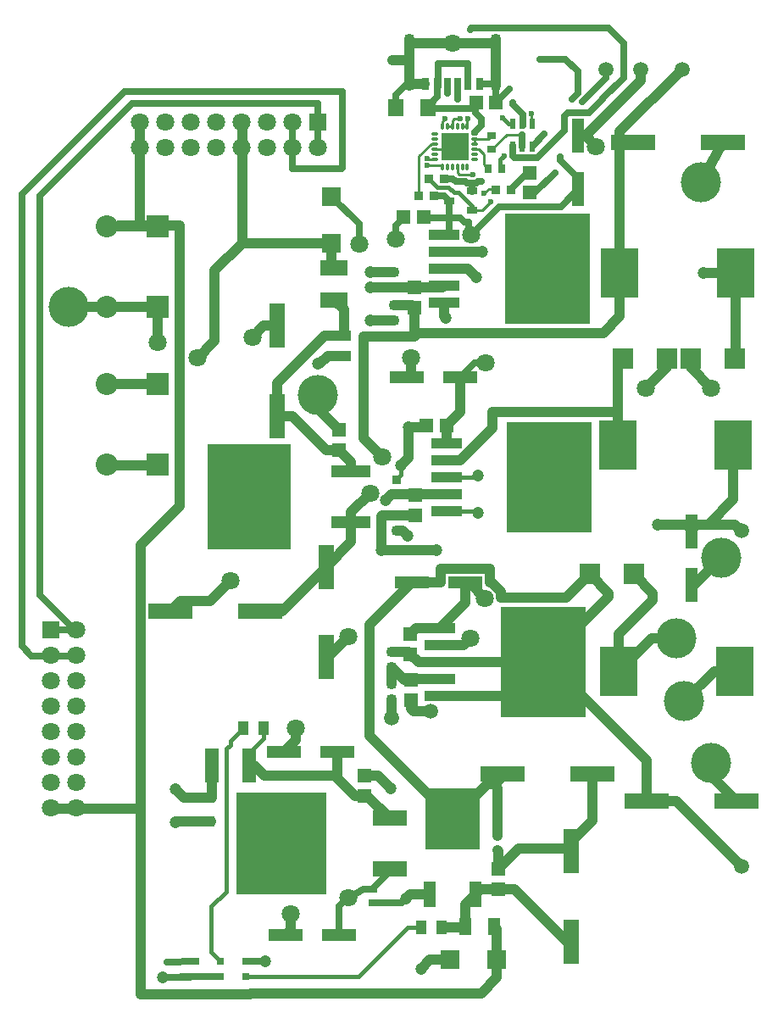
<source format=gbr>
%TF.GenerationSoftware,KiCad,Pcbnew,9.0.6*%
%TF.CreationDate,2026-02-04T05:23:12+09:00*%
%TF.ProjectId,zudo-pd,7a75646f-2d70-4642-9e6b-696361645f70,rev?*%
%TF.SameCoordinates,Original*%
%TF.FileFunction,Copper,L1,Top*%
%TF.FilePolarity,Positive*%
%FSLAX46Y46*%
G04 Gerber Fmt 4.6, Leading zero omitted, Abs format (unit mm)*
G04 Created by KiCad (PCBNEW 9.0.6) date 2026-02-04 05:23:12*
%MOMM*%
%LPD*%
G01*
G04 APERTURE LIST*
%TA.AperFunction,SMDPad,CuDef*%
%ADD10R,3.080000X1.020000*%
%TD*%
%TA.AperFunction,SMDPad,CuDef*%
%ADD11R,8.500000X11.000000*%
%TD*%
%TA.AperFunction,SMDPad,CuDef*%
%ADD12R,1.490000X1.730000*%
%TD*%
%TA.AperFunction,SMDPad,CuDef*%
%ADD13R,1.410000X1.350000*%
%TD*%
%TA.AperFunction,SMDPad,CuDef*%
%ADD14R,4.500000X1.650000*%
%TD*%
%TA.AperFunction,SMDPad,CuDef*%
%ADD15R,1.200000X3.500000*%
%TD*%
%TA.AperFunction,SMDPad,CuDef*%
%ADD16R,3.500000X1.200000*%
%TD*%
%TA.AperFunction,SMDPad,CuDef*%
%ADD17R,0.900000X0.800000*%
%TD*%
%TA.AperFunction,SMDPad,CuDef*%
%ADD18R,1.350000X1.410000*%
%TD*%
%TA.AperFunction,SMDPad,CuDef*%
%ADD19R,1.650000X4.500000*%
%TD*%
%TA.AperFunction,SMDPad,CuDef*%
%ADD20R,0.800000X0.900000*%
%TD*%
%TA.AperFunction,SMDPad,CuDef*%
%ADD21R,2.000000X2.000000*%
%TD*%
%TA.AperFunction,SMDPad,CuDef*%
%ADD22R,0.530000X1.070000*%
%TD*%
%TA.AperFunction,ComponentPad*%
%ADD23O,1.100000X1.900000*%
%TD*%
%TA.AperFunction,SMDPad,CuDef*%
%ADD24R,0.700000X1.200000*%
%TD*%
%TA.AperFunction,SMDPad,CuDef*%
%ADD25R,0.800000X1.200000*%
%TD*%
%TA.AperFunction,ComponentPad*%
%ADD26R,2.200000X2.200000*%
%TD*%
%TA.AperFunction,ComponentPad*%
%ADD27C,2.200000*%
%TD*%
%TA.AperFunction,ComponentPad*%
%ADD28R,1.800000X1.780000*%
%TD*%
%TA.AperFunction,ComponentPad*%
%ADD29C,1.800000*%
%TD*%
%TA.AperFunction,ComponentPad*%
%ADD30R,1.780000X1.800000*%
%TD*%
%TA.AperFunction,SMDPad,CuDef*%
%ADD31R,3.730000X5.000000*%
%TD*%
%TA.AperFunction,SMDPad,CuDef*%
%ADD32R,0.800000X0.800000*%
%TD*%
%TA.AperFunction,SMDPad,CuDef*%
%ADD33R,0.860000X0.810000*%
%TD*%
%TA.AperFunction,SMDPad,CuDef*%
%ADD34C,1.500000*%
%TD*%
%TA.AperFunction,SMDPad,CuDef*%
%ADD35R,1.900000X1.900000*%
%TD*%
%TA.AperFunction,SMDPad,CuDef*%
%ADD36R,0.800000X1.000000*%
%TD*%
%TA.AperFunction,SMDPad,CuDef*%
%ADD37O,0.280000X0.700000*%
%TD*%
%TA.AperFunction,SMDPad,CuDef*%
%ADD38O,0.700000X0.280000*%
%TD*%
%TA.AperFunction,SMDPad,CuDef*%
%ADD39R,2.800000X2.800000*%
%TD*%
%TA.AperFunction,SMDPad,CuDef*%
%ADD40R,4.000000X1.300000*%
%TD*%
%TA.AperFunction,SMDPad,CuDef*%
%ADD41R,8.400000X10.570000*%
%TD*%
%TA.AperFunction,SMDPad,CuDef*%
%ADD42R,3.500000X1.600000*%
%TD*%
%TA.AperFunction,SMDPad,CuDef*%
%ADD43R,9.000000X10.200000*%
%TD*%
%TA.AperFunction,SMDPad,CuDef*%
%ADD44R,1.270000X2.540000*%
%TD*%
%TA.AperFunction,SMDPad,CuDef*%
%ADD45R,5.400000X6.100000*%
%TD*%
%TA.AperFunction,SMDPad,CuDef*%
%ADD46R,1.000000X0.800000*%
%TD*%
%TA.AperFunction,SMDPad,CuDef*%
%ADD47R,1.190000X1.730000*%
%TD*%
%TA.AperFunction,SMDPad,CuDef*%
%ADD48R,1.130000X1.380000*%
%TD*%
%TA.AperFunction,SMDPad,CuDef*%
%ADD49R,2.780000X1.490000*%
%TD*%
%TA.AperFunction,SMDPad,CuDef*%
%ADD50R,1.410000X3.500000*%
%TD*%
%TA.AperFunction,SMDPad,CuDef*%
%ADD51R,1.380000X1.130000*%
%TD*%
%TA.AperFunction,SMDPad,CuDef*%
%ADD52R,0.810000X0.860000*%
%TD*%
%TA.AperFunction,ViaPad*%
%ADD53C,0.600000*%
%TD*%
%TA.AperFunction,ViaPad*%
%ADD54C,1.800000*%
%TD*%
%TA.AperFunction,ViaPad*%
%ADD55C,1.200000*%
%TD*%
%TA.AperFunction,ViaPad*%
%ADD56C,4.000000*%
%TD*%
%TA.AperFunction,ViaPad*%
%ADD57C,1.500000*%
%TD*%
%TA.AperFunction,Conductor*%
%ADD58C,1.000000*%
%TD*%
%TA.AperFunction,Conductor*%
%ADD59C,0.700000*%
%TD*%
%TA.AperFunction,Conductor*%
%ADD60C,0.250000*%
%TD*%
%TA.AperFunction,Conductor*%
%ADD61C,0.400000*%
%TD*%
%TA.AperFunction,Conductor*%
%ADD62C,0.130000*%
%TD*%
G04 APERTURE END LIST*
D10*
%TO.P,U2,1,Vin*%
%TO.N,+15V -> +13.5V gen*%
X43840000Y-21702500D03*
%TO.P,U2,2,Output*%
%TO.N,Net-(D1-K)*%
X43840000Y-23402500D03*
%TO.P,U2,3,Gnd*%
%TO.N,GND rail*%
X43840000Y-25102500D03*
%TO.P,U2,4,Feedback*%
%TO.N,Net-(U2-Feedback)*%
X43840000Y-26802500D03*
%TO.P,U2,5,~{ON}/OFF*%
%TO.N,GND rail*%
X43840000Y-28502500D03*
D11*
%TO.P,U2,6,TAB*%
X54160000Y-25102500D03*
%TD*%
D12*
%TO.P,C1,1,1*%
%TO.N,GND rail*%
X39010000Y-9050000D03*
%TO.P,C1,2,2*%
%TO.N,VBUS_IN*%
X42190000Y-9050000D03*
%TD*%
D13*
%TO.P,C2,1,1*%
%TO.N,GND rail*%
X49020000Y-8520000D03*
%TO.P,C2,2,2*%
%TO.N,VBUS_IN*%
X47020000Y-8520000D03*
%TD*%
D14*
%TO.P,C3,1,1*%
%TO.N,/DC-DC Conversion/+13.5V OUT*%
X62720000Y-12500000D03*
%TO.P,C3,2,2*%
%TO.N,GND rail*%
X71720000Y-12500000D03*
%TD*%
D15*
%TO.P,C4,1,1*%
%TO.N,/DC-DC Conversion/+7.5V OUT*%
X68560000Y-51382500D03*
%TO.P,C4,2,2*%
%TO.N,GND rail*%
X68560000Y-56722500D03*
%TD*%
%TO.P,C5,1,1*%
%TO.N,+15V -> +13.5V gen*%
X57220000Y-17170000D03*
%TO.P,C5,2,2*%
%TO.N,GND rail*%
X57220000Y-11830000D03*
%TD*%
D13*
%TO.P,C6,1,1*%
%TO.N,+15V -> +13.5V gen*%
X41800000Y-19900000D03*
%TO.P,C6,2,2*%
%TO.N,GND rail*%
X39800000Y-19900000D03*
%TD*%
D16*
%TO.P,C7,1,1*%
%TO.N,+15V -> +13.5V gen*%
X45460000Y-35902500D03*
%TO.P,C7,2,2*%
%TO.N,GND rail*%
X40120000Y-35902500D03*
%TD*%
D13*
%TO.P,C8,1,1*%
%TO.N,+15V -> +13.5V gen*%
X44060000Y-40802500D03*
%TO.P,C8,2,2*%
%TO.N,GND rail*%
X42060000Y-40802500D03*
%TD*%
D14*
%TO.P,C11,1,1*%
%TO.N,GND rail*%
X73060000Y-78302500D03*
%TO.P,C11,2,2*%
%TO.N,/DC-DC Conversion/-13.5V OUT*%
X64060000Y-78302500D03*
%TD*%
%TO.P,C14,1,1*%
%TO.N,/DC-DC Conversion/+13.5V OUT*%
X25450000Y-59302500D03*
%TO.P,C14,2,2*%
%TO.N,GND rail*%
X16450000Y-59302500D03*
%TD*%
D17*
%TO.P,C15,1,1*%
%TO.N,/DC-DC Conversion/+7.5V OUT*%
X36750000Y-87050000D03*
%TO.P,C15,2,2*%
%TO.N,GND rail*%
X36750000Y-88450000D03*
%TD*%
D18*
%TO.P,C17,1,1*%
%TO.N,GND rail*%
X33350000Y-41202500D03*
%TO.P,C17,2,2*%
%TO.N,Net-(U6-OUT)*%
X33350000Y-43202500D03*
%TD*%
%TO.P,C18,1,1*%
%TO.N,Net-(U7-OUT)*%
X35870000Y-77742500D03*
%TO.P,C18,2,2*%
%TO.N,GND rail*%
X35870000Y-75742500D03*
%TD*%
D19*
%TO.P,C20,1,1*%
%TO.N,/DC-DC Conversion/+13.5V OUT*%
X32050000Y-54902500D03*
%TO.P,C20,2,2*%
%TO.N,GND rail*%
X32050000Y-63902500D03*
%TD*%
%TO.P,C21,1,1*%
%TO.N,Net-(U6-OUT)*%
X27150000Y-39802500D03*
%TO.P,C21,2,2*%
%TO.N,GND rail*%
X27150000Y-30802500D03*
%TD*%
D16*
%TO.P,C22,1,1*%
%TO.N,/DC-DC Conversion/+7.5V OUT*%
X33340000Y-91642500D03*
%TO.P,C22,2,2*%
%TO.N,GND rail*%
X28000000Y-91642500D03*
%TD*%
%TO.P,C23,1,1*%
%TO.N,Net-(U7-OUT)*%
X33170000Y-73342500D03*
%TO.P,C23,2,2*%
%TO.N,GND rail*%
X27830000Y-73342500D03*
%TD*%
D17*
%TO.P,C30,1*%
%TO.N,Net-(U1-VREG_2V7)*%
X48600000Y-11800000D03*
%TO.P,C30,2*%
%TO.N,GND rail*%
X48600000Y-13200000D03*
%TD*%
D18*
%TO.P,C33,1*%
%TO.N,GND rail*%
X40560000Y-68202500D03*
%TO.P,C33,2*%
%TO.N,Net-(U4-Feedback)*%
X40560000Y-66202500D03*
%TD*%
D20*
%TO.P,C34,1*%
%TO.N,Net-(U1-VREG_1V2)*%
X48200000Y-15100000D03*
%TO.P,C34,2*%
%TO.N,GND rail*%
X49600000Y-15100000D03*
%TD*%
D18*
%TO.P,C35,1,1*%
%TO.N,Net-(Q1-G)*%
X52400000Y-15500000D03*
%TO.P,C35,2,2*%
%TO.N,GND rail*%
X52400000Y-17500000D03*
%TD*%
D21*
%TO.P,D1,1,K*%
%TO.N,Net-(D1-K)*%
X72860000Y-34102500D03*
%TO.P,D1,2,A*%
%TO.N,GND rail*%
X68460000Y-34102500D03*
%TD*%
%TO.P,D2,1,K*%
%TO.N,Net-(D2-K)*%
X61660000Y-34102500D03*
%TO.P,D2,2,A*%
%TO.N,GND rail*%
X66060000Y-34102500D03*
%TD*%
D22*
%TO.P,D4,1,I/O1*%
%TO.N,Net-(J1-CC1)*%
X50700000Y-12900000D03*
%TO.P,D4,2,GND*%
%TO.N,GND rail*%
X51650000Y-12900000D03*
%TO.P,D4,3,I/O2*%
%TO.N,Net-(J1-CC2)*%
X52600000Y-12900000D03*
%TO.P,D4,4,I/O2*%
%TO.N,Net-(U1-CC2)*%
X52600000Y-10600000D03*
%TO.P,D4,5,VBUS*%
%TO.N,VBUS_IN*%
X51650000Y-10600000D03*
%TO.P,D4,6,I/O1*%
%TO.N,Net-(U1-CC1)*%
X50700000Y-10600000D03*
%TD*%
D23*
%TO.P,J1,7,EH*%
%TO.N,GND rail*%
X49000000Y-6380000D03*
X49000000Y-2570000D03*
X40360000Y-6380000D03*
X40360000Y-2570000D03*
D24*
%TO.P,J1,A5,CC1*%
%TO.N,Net-(J1-CC1)*%
X45180000Y-6630000D03*
%TO.P,J1,A9,VBUS*%
%TO.N,VBUS_IN*%
X43180000Y-6630000D03*
D25*
%TO.P,J1,A12,GND*%
%TO.N,GND rail*%
X41980000Y-6630000D03*
D24*
%TO.P,J1,B5,CC2*%
%TO.N,Net-(J1-CC2)*%
X44180000Y-6630000D03*
%TO.P,J1,B9,VBUS*%
%TO.N,VBUS_IN*%
X46180000Y-6630000D03*
D25*
%TO.P,J1,B12,GND*%
%TO.N,GND rail*%
X47380000Y-6630000D03*
%TD*%
D26*
%TO.P,J9,1,1*%
%TO.N,GND rail*%
X15240000Y-28950000D03*
D27*
%TO.P,J9,2,2*%
X10160000Y-28950000D03*
%TD*%
D28*
%TO.P,J10,1,1*%
%TO.N,GATE rail*%
X4500000Y-61200000D03*
D29*
%TO.P,J10,2,2*%
X7040000Y-61200000D03*
%TO.P,J10,3,3*%
%TO.N,CV rail*%
X4500000Y-63740000D03*
%TO.P,J10,4,4*%
X7040000Y-63740000D03*
%TO.P,J10,5,5*%
%TO.N,+5V rail*%
X4500000Y-66280000D03*
%TO.P,J10,6,6*%
X7040000Y-66280000D03*
%TO.P,J10,7,7*%
%TO.N,+12V rail*%
X4500000Y-68820000D03*
%TO.P,J10,8,8*%
X7040000Y-68820000D03*
%TO.P,J10,9,9*%
%TO.N,GND rail*%
X4500000Y-71360000D03*
%TO.P,J10,10,10*%
X7040000Y-71360000D03*
%TO.P,J10,11,11*%
X4500000Y-73900000D03*
%TO.P,J10,12,12*%
X7040000Y-73900000D03*
%TO.P,J10,13,13*%
X4500000Y-76440000D03*
%TO.P,J10,14,14*%
X7040000Y-76440000D03*
%TO.P,J10,15,15*%
%TO.N,-12V rail*%
X4500000Y-78980000D03*
%TO.P,J10,16,16*%
X7040000Y-78980000D03*
%TD*%
%TO.P,J11,16,16*%
%TO.N,-12V rail*%
X13460000Y-13015000D03*
%TO.P,J11,15,15*%
X13460000Y-10475000D03*
%TO.P,J11,14,14*%
%TO.N,GND rail*%
X16000000Y-13015000D03*
%TO.P,J11,13,13*%
X16000000Y-10475000D03*
%TO.P,J11,12,12*%
X18540000Y-13015000D03*
%TO.P,J11,11,11*%
X18540000Y-10475000D03*
%TO.P,J11,10,10*%
X21080000Y-13015000D03*
%TO.P,J11,9,9*%
X21080000Y-10475000D03*
%TO.P,J11,8,8*%
%TO.N,+12V rail*%
X23620000Y-13015000D03*
%TO.P,J11,7,7*%
X23620000Y-10475000D03*
%TO.P,J11,6,6*%
%TO.N,+5V rail*%
X26160000Y-13015000D03*
%TO.P,J11,5,5*%
X26160000Y-10475000D03*
%TO.P,J11,4,4*%
%TO.N,CV rail*%
X28700000Y-13015000D03*
%TO.P,J11,3,3*%
X28700000Y-10475000D03*
%TO.P,J11,2,2*%
%TO.N,GATE rail*%
X31240000Y-13015000D03*
D30*
%TO.P,J11,1,1*%
X31240000Y-10475000D03*
%TD*%
D31*
%TO.P,L3,1,1*%
%TO.N,Net-(D3-K)*%
X61290000Y-65302500D03*
%TO.P,L3,2,2*%
%TO.N,GND rail*%
X72830000Y-65302500D03*
%TD*%
D32*
%TO.P,LED2,1,C*%
%TO.N,GND rail*%
X19000000Y-95802500D03*
%TO.P,LED2,2,A*%
%TO.N,Net-(LED2-A)*%
X19000000Y-94302500D03*
%TD*%
%TO.P,LED3,1,C*%
%TO.N,GND rail*%
X21500000Y-95802500D03*
%TO.P,LED3,2,A*%
%TO.N,Net-(LED3-A)*%
X21500000Y-94302500D03*
%TD*%
%TO.P,LED4,1,C*%
%TO.N,Net-(LED4-C)*%
X24000000Y-95802500D03*
%TO.P,LED4,2,A*%
%TO.N,GND rail*%
X24000000Y-94302500D03*
%TD*%
D33*
%TO.P,R2,1,1*%
%TO.N,GND rail*%
X38860000Y-25452500D03*
%TO.P,R2,2,2*%
%TO.N,Net-(U2-Feedback)*%
X38860000Y-26952500D03*
%TD*%
%TO.P,R4,1,1*%
%TO.N,Net-(U3-Feedback)*%
X39060000Y-47652500D03*
%TO.P,R4,2,2*%
%TO.N,GND rail*%
X39060000Y-46152500D03*
%TD*%
%TO.P,R5,1,1*%
%TO.N,Net-(U4-Feedback)*%
X38560000Y-66602500D03*
%TO.P,R5,2,2*%
%TO.N,GND rail*%
X38560000Y-68102500D03*
%TD*%
D34*
%TO.P,TP2,1,1*%
%TO.N,GND rail*%
X63460000Y-5170000D03*
%TD*%
D35*
%TO.P,TVS1,1,C*%
%TO.N,+12V rail*%
X32600000Y-22530000D03*
%TO.P,TVS1,2,A*%
%TO.N,GND rail*%
X32600000Y-17870000D03*
%TD*%
D36*
%TO.P,TVS2,1,A*%
%TO.N,GND rail*%
X20570000Y-80342500D03*
%TO.P,TVS2,2,K*%
%TO.N,+5V rail*%
X20570000Y-77942500D03*
%TD*%
D35*
%TO.P,TVS3,1,C*%
%TO.N,GND rail*%
X44430000Y-94102500D03*
%TO.P,TVS3,2,A*%
%TO.N,-12V rail*%
X49090000Y-94102500D03*
%TD*%
D37*
%TO.P,U1,1,CC1DB*%
%TO.N,Net-(U1-CC1)*%
X46150000Y-10900000D03*
%TO.P,U1,2,CC1*%
X45650000Y-10900000D03*
%TO.P,U1,3,NC*%
%TO.N,unconnected-(U1-NC-Pad3)*%
X45150000Y-10900000D03*
%TO.P,U1,4,CC2*%
%TO.N,Net-(U1-CC2)*%
X44650000Y-10900000D03*
%TO.P,U1,5,CC2DB*%
X44150000Y-10900000D03*
%TO.P,U1,6,RESET*%
%TO.N,GND rail*%
X43650000Y-10900000D03*
D38*
%TO.P,U1,7,SCL*%
%TO.N,unconnected-(U1-SCL-Pad7)*%
X42900000Y-11650000D03*
%TO.P,U1,8,SDA*%
%TO.N,unconnected-(U1-SDA-Pad8)*%
X42900000Y-12150000D03*
%TO.P,U1,9,DISCH*%
%TO.N,Net-(U1-DISCH)*%
X42900000Y-12650000D03*
%TO.P,U1,10,GND*%
%TO.N,GND rail*%
X42900000Y-13150000D03*
%TO.P,U1,11,ATTACH*%
%TO.N,unconnected-(U1-ATTACH-Pad11)*%
X42900000Y-13650000D03*
%TO.P,U1,12,ADDR0*%
%TO.N,GND rail*%
X42900000Y-14150000D03*
D37*
%TO.P,U1,13,ADDR1*%
X43650000Y-14900000D03*
%TO.P,U1,14,POWER_OK3*%
%TO.N,unconnected-(U1-POWER_OK3-Pad14)*%
X44150000Y-14900000D03*
%TO.P,U1,15,GPIO*%
%TO.N,unconnected-(U1-GPIO-Pad15)*%
X44650000Y-14900000D03*
%TO.P,U1,16,VBUS_EN_SNK*%
%TO.N,Net-(U1-VBUS_EN_SNK)*%
X45150000Y-14900000D03*
%TO.P,U1,17,A_B_SIDE*%
%TO.N,unconnected-(U1-A_B_SIDE-Pad17)*%
X45650000Y-14900000D03*
%TO.P,U1,18,VBUS_VS_DISCH*%
%TO.N,unconnected-(U1-VBUS_VS_DISCH-Pad18)*%
X46150000Y-14900000D03*
D38*
%TO.P,U1,19,ALERT*%
%TO.N,unconnected-(U1-ALERT-Pad19)*%
X46900000Y-14150000D03*
%TO.P,U1,20,POWER_OK2*%
%TO.N,unconnected-(U1-POWER_OK2-Pad20)*%
X46900000Y-13650000D03*
%TO.P,U1,21,VREG_1V2*%
%TO.N,Net-(U1-VREG_1V2)*%
X46900000Y-13150000D03*
%TO.P,U1,22,VSYS*%
%TO.N,Net-(U1-VREG_2V7)*%
X46900000Y-12650000D03*
%TO.P,U1,23,VREG_2V7*%
X46900000Y-12150000D03*
%TO.P,U1,24,VDD*%
%TO.N,VBUS_IN*%
X46900000Y-11650000D03*
D39*
%TO.P,U1,25,EP*%
%TO.N,GND rail*%
X44890000Y-12900000D03*
%TD*%
D10*
%TO.P,U3,1,Vin*%
%TO.N,+15V -> +13.5V gen*%
X44040000Y-42502500D03*
%TO.P,U3,2,Output*%
%TO.N,Net-(D2-K)*%
X44040000Y-44202500D03*
%TO.P,U3,3,Gnd*%
%TO.N,GND rail*%
X44040000Y-45902500D03*
%TO.P,U3,4,Feedback*%
%TO.N,Net-(U3-Feedback)*%
X44040000Y-47602500D03*
%TO.P,U3,5,~{ON}/OFF*%
%TO.N,GND rail*%
X44040000Y-49302500D03*
D11*
%TO.P,U3,6,TAB*%
X54360000Y-45902500D03*
%TD*%
D40*
%TO.P,U6,1,IN*%
%TO.N,/DC-DC Conversion/+13.5V OUT*%
X34550000Y-50442500D03*
%TO.P,U6,3,OUT*%
%TO.N,Net-(U6-OUT)*%
X34550000Y-45362500D03*
D41*
%TO.P,U6,4,GND*%
%TO.N,GND rail*%
X24370000Y-47902500D03*
%TD*%
D42*
%TO.P,U7,1,IN*%
%TO.N,/DC-DC Conversion/+7.5V OUT*%
X38370000Y-85082500D03*
D43*
%TO.P,U7,2,GND*%
%TO.N,GND rail*%
X27570000Y-82542500D03*
D42*
%TO.P,U7,3,OUT*%
%TO.N,Net-(U7-OUT)*%
X38370000Y-80002500D03*
%TD*%
D44*
%TO.P,U8,1,GND*%
%TO.N,GND rail*%
X42360000Y-87552500D03*
D45*
%TO.P,U8,2,VIN*%
%TO.N,/DC-DC Conversion/-13.5V OUT*%
X44650000Y-80052500D03*
D44*
%TO.P,U8,3,OUT*%
%TO.N,Net-(U8-OUT)*%
X46940000Y-87542500D03*
%TD*%
D46*
%TO.P,Q1,1,G*%
%TO.N,Net-(Q1-G)*%
X46650000Y-19250000D03*
%TO.P,Q1,2,S*%
%TO.N,VBUS_IN*%
X46650000Y-17350000D03*
%TO.P,Q1,3,D*%
%TO.N,+15V -> +13.5V gen*%
X44350000Y-18300000D03*
%TD*%
D18*
%TO.P,C19,1,1*%
%TO.N,Net-(U8-OUT)*%
X49240000Y-87042500D03*
%TO.P,C19,2,2*%
%TO.N,Net-(C16-Pad2)*%
X49240000Y-85042500D03*
%TD*%
D26*
%TO.P,J7,1,1*%
%TO.N,+12V rail*%
X15240000Y-36610000D03*
D27*
%TO.P,J7,2,2*%
X10160000Y-36610000D03*
%TD*%
D34*
%TO.P,TP1,1,1*%
%TO.N,+15V -> +13.5V gen*%
X59960000Y-5220000D03*
%TD*%
D18*
%TO.P,C32,1*%
%TO.N,Net-(U3-Feedback)*%
X40960000Y-47702500D03*
%TO.P,C32,2*%
%TO.N,/DC-DC Conversion/+7.5V OUT*%
X40960000Y-49702500D03*
%TD*%
D31*
%TO.P,L2,1,1*%
%TO.N,Net-(D2-K)*%
X61190000Y-42702500D03*
%TO.P,L2,2,2*%
%TO.N,/DC-DC Conversion/+7.5V OUT*%
X72730000Y-42702500D03*
%TD*%
D17*
%TO.P,C16,1,1*%
%TO.N,/DC-DC Conversion/-13.5V OUT*%
X49140000Y-81750000D03*
%TO.P,C16,2,2*%
%TO.N,Net-(C16-Pad2)*%
X49140000Y-83150000D03*
%TD*%
D47*
%TO.P,PTC3,1,1*%
%TO.N,Net-(U8-OUT)*%
X45910000Y-90802500D03*
%TO.P,PTC3,2,2*%
%TO.N,-12V rail*%
X48810000Y-90802500D03*
%TD*%
D48*
%TO.P,R9,1,1*%
%TO.N,Net-(U8-OUT)*%
X43560000Y-90902500D03*
%TO.P,R9,2,2*%
%TO.N,Net-(LED4-C)*%
X41560000Y-90902500D03*
%TD*%
D49*
%TO.P,PTC1,1,1*%
%TO.N,Net-(U6-OUT)*%
X32800000Y-28200000D03*
%TO.P,PTC1,2,2*%
%TO.N,+12V rail*%
X32800000Y-25000000D03*
%TD*%
D33*
%TO.P,R1,1,1*%
%TO.N,Net-(U2-Feedback)*%
X38860000Y-30252500D03*
%TO.P,R1,2,2*%
%TO.N,/DC-DC Conversion/+13.5V OUT*%
X38860000Y-28752500D03*
%TD*%
D50*
%TO.P,PTC2,1,1*%
%TO.N,Net-(U7-OUT)*%
X24320000Y-74742500D03*
%TO.P,PTC2,2,2*%
%TO.N,+5V rail*%
X20620000Y-74742500D03*
%TD*%
D34*
%TO.P,TP5,1,1*%
%TO.N,/DC-DC Conversion/-13.5V OUT*%
X73560000Y-84802500D03*
%TD*%
D51*
%TO.P,R7,1,1*%
%TO.N,Net-(U6-OUT)*%
X33800000Y-31800000D03*
%TO.P,R7,2,2*%
%TO.N,Net-(LED2-A)*%
X33800000Y-33800000D03*
%TD*%
D33*
%TO.P,R3,1,1*%
%TO.N,/DC-DC Conversion/+7.5V OUT*%
X39060000Y-49752500D03*
%TO.P,R3,2,2*%
%TO.N,Net-(U3-Feedback)*%
X39060000Y-51252500D03*
%TD*%
D52*
%TO.P,R11,1*%
%TO.N,Net-(Q1-G)*%
X42300000Y-16100000D03*
%TO.P,R11,2*%
%TO.N,VBUS_IN*%
X43800000Y-16100000D03*
%TD*%
D48*
%TO.P,R8,1,1*%
%TO.N,Net-(U7-OUT)*%
X25750000Y-71000000D03*
%TO.P,R8,2,2*%
%TO.N,Net-(LED3-A)*%
X23750000Y-71000000D03*
%TD*%
D18*
%TO.P,C31,1*%
%TO.N,Net-(U2-Feedback)*%
X40860000Y-27002500D03*
%TO.P,C31,2*%
%TO.N,/DC-DC Conversion/+13.5V OUT*%
X40860000Y-29002500D03*
%TD*%
D52*
%TO.P,R12,1*%
%TO.N,Net-(U1-VBUS_EN_SNK)*%
X49000000Y-17200000D03*
%TO.P,R12,2*%
%TO.N,Net-(Q1-G)*%
X50500000Y-17200000D03*
%TD*%
D16*
%TO.P,C9,1,1*%
%TO.N,+15V -> +13.5V gen*%
X45960000Y-56402500D03*
%TO.P,C9,2,2*%
%TO.N,/DC-DC Conversion/-13.5V OUT*%
X40620000Y-56402500D03*
%TD*%
D14*
%TO.P,C24,1,1*%
%TO.N,Net-(C16-Pad2)*%
X58640000Y-75600000D03*
%TO.P,C24,2,2*%
%TO.N,/DC-DC Conversion/-13.5V OUT*%
X49640000Y-75600000D03*
%TD*%
D52*
%TO.P,R13,1,1*%
%TO.N,+15V -> +13.5V gen*%
X42800000Y-17800000D03*
%TO.P,R13,2,2*%
%TO.N,Net-(U1-DISCH)*%
X41300000Y-17800000D03*
%TD*%
D26*
%TO.P,J8,1,1*%
%TO.N,+5V rail*%
X15240000Y-44700000D03*
D27*
%TO.P,J8,2,2*%
X10160000Y-44700000D03*
%TD*%
D33*
%TO.P,R6,1,1*%
%TO.N,Net-(U4-Feedback)*%
X38560000Y-64902500D03*
%TO.P,R6,2,2*%
%TO.N,/DC-DC Conversion/-13.5V OUT*%
X38560000Y-63402500D03*
%TD*%
D21*
%TO.P,D3,1,K*%
%TO.N,Net-(D3-K)*%
X62760000Y-55602500D03*
%TO.P,D3,2,A*%
%TO.N,/DC-DC Conversion/-13.5V OUT*%
X58360000Y-55602500D03*
%TD*%
D26*
%TO.P,J6,1,1*%
%TO.N,-12V rail*%
X15240000Y-20850000D03*
D27*
%TO.P,J6,2,2*%
X10160000Y-20850000D03*
%TD*%
D31*
%TO.P,L1,1,1*%
%TO.N,Net-(D1-K)*%
X72930000Y-25502500D03*
%TO.P,L1,2,2*%
%TO.N,/DC-DC Conversion/+13.5V OUT*%
X61390000Y-25502500D03*
%TD*%
D18*
%TO.P,C10,1,1*%
%TO.N,+15V -> +13.5V gen*%
X40460000Y-61602500D03*
%TO.P,C10,2,2*%
%TO.N,/DC-DC Conversion/-13.5V OUT*%
X40460000Y-63602500D03*
%TD*%
D34*
%TO.P,TP4,1,1*%
%TO.N,/DC-DC Conversion/+7.5V OUT*%
X73560000Y-51302500D03*
%TD*%
%TO.P,TP3,1,1*%
%TO.N,/DC-DC Conversion/+13.5V OUT*%
X67600000Y-5200000D03*
%TD*%
D19*
%TO.P,C25,1,1*%
%TO.N,Net-(C16-Pad2)*%
X56560000Y-83302500D03*
%TO.P,C25,2,2*%
%TO.N,Net-(U8-OUT)*%
X56560000Y-92302500D03*
%TD*%
D10*
%TO.P,U4,1,Vin*%
%TO.N,+15V -> +13.5V gen*%
X43400000Y-61002500D03*
%TO.P,U4,2,Output*%
%TO.N,Net-(D3-K)*%
X43400000Y-62702500D03*
%TO.P,U4,3,Gnd*%
%TO.N,/DC-DC Conversion/-13.5V OUT*%
X43400000Y-64402500D03*
%TO.P,U4,4,Feedback*%
%TO.N,Net-(U4-Feedback)*%
X43400000Y-66102500D03*
%TO.P,U4,5,~{ON}/OFF*%
%TO.N,/DC-DC Conversion/-13.5V OUT*%
X43400000Y-67802500D03*
D11*
%TO.P,U4,6,TAB*%
X53720000Y-64402500D03*
%TD*%
D53*
%TO.N,GND rail*%
X55200000Y-28000000D03*
X53400000Y-28000000D03*
X55200000Y-26200000D03*
X53400000Y-26200000D03*
X51600000Y-29600000D03*
X51600000Y-28000000D03*
%TO.N,Net-(J1-CC1)*%
X46410000Y-1230000D03*
%TO.N,Net-(J1-CC2)*%
X53370000Y-4170000D03*
X56610000Y-8155794D03*
X53820000Y-11680000D03*
%TO.N,VBUS_IN*%
X45300000Y-9090000D03*
D54*
%TO.N,+12V rail*%
X19150000Y-34010000D03*
D55*
%TO.N,+5V rail*%
X16985000Y-77115000D03*
D53*
%TO.N,GND rail*%
X25400000Y-52400000D03*
D54*
X28500000Y-89500000D03*
D53*
X24800000Y-85400000D03*
X51600000Y-46800000D03*
X53400000Y-29600000D03*
D56*
X31200000Y-37700000D03*
D53*
X23600000Y-43600000D03*
X53400000Y-41400000D03*
X46000000Y-13300000D03*
X53400000Y-46800000D03*
X43900000Y-10100000D03*
X24800000Y-78200000D03*
D55*
X40300000Y-40950000D03*
D53*
X23600000Y-52400000D03*
X57000000Y-20800000D03*
X46000000Y-11800000D03*
X27200000Y-45400000D03*
X30200000Y-83600000D03*
D54*
X24675000Y-31925000D03*
D53*
X53400000Y-24400000D03*
X54900000Y-15500000D03*
D55*
X39500000Y-44750000D03*
D53*
X25400000Y-49000000D03*
X51600000Y-26200000D03*
X51600000Y-50200000D03*
X50370000Y-7150000D03*
X26600000Y-80000000D03*
D54*
X70500000Y-37000000D03*
D53*
X45300000Y-12500000D03*
D55*
X40000000Y-88000000D03*
D53*
X24800000Y-83600000D03*
X51600000Y-48600000D03*
X57000000Y-26200000D03*
D55*
X15740000Y-95860000D03*
D53*
X30200000Y-81800000D03*
D56*
X6350000Y-28950000D03*
D53*
X53400000Y-20800000D03*
X51600000Y-41400000D03*
X44500000Y-11800000D03*
X55200000Y-45000000D03*
X53400000Y-22600000D03*
X27200000Y-47200000D03*
X57000000Y-29600000D03*
X51650000Y-11700000D03*
X28400000Y-87000000D03*
D54*
X39000000Y-22100000D03*
D53*
X28400000Y-81800000D03*
X45300000Y-14000000D03*
X55200000Y-46800000D03*
X53400000Y-45000000D03*
X25400000Y-43600000D03*
D56*
X67800000Y-68300000D03*
D53*
X42100000Y-14100000D03*
X21800000Y-49000000D03*
X53400000Y-43200000D03*
X26600000Y-78200000D03*
X24800000Y-80000000D03*
D54*
X44650000Y-2620000D03*
D53*
X57000000Y-48600000D03*
X23600000Y-49000000D03*
X26600000Y-83600000D03*
X25400000Y-50800000D03*
X51600000Y-22600000D03*
X55200000Y-29600000D03*
X55200000Y-48600000D03*
X23600000Y-45400000D03*
X44500000Y-13300000D03*
X43800000Y-12500000D03*
X44500000Y-14000000D03*
X21800000Y-52400000D03*
X43800000Y-13300000D03*
X38660000Y-4270000D03*
X30200000Y-78200000D03*
X51600000Y-43200000D03*
X57000000Y-41400000D03*
X53400000Y-48600000D03*
D56*
X71500000Y-54000000D03*
D54*
X59000000Y-12900000D03*
D53*
X57000000Y-22600000D03*
X30200000Y-87000000D03*
D54*
X15240000Y-32500000D03*
D53*
X28400000Y-80000000D03*
X57000000Y-50200000D03*
X44500000Y-12500000D03*
D55*
X16980000Y-80370000D03*
D53*
X46000000Y-14000000D03*
X24800000Y-87000000D03*
D55*
X47250000Y-45750000D03*
D53*
X25400000Y-47200000D03*
D55*
X38500000Y-77000000D03*
D53*
X51600000Y-24400000D03*
X43800000Y-11800000D03*
D56*
X70500000Y-74500000D03*
D53*
X55200000Y-22600000D03*
X25400000Y-45400000D03*
D57*
X38560000Y-70000000D03*
D53*
X57000000Y-43200000D03*
D54*
X64000000Y-37000000D03*
D53*
X57000000Y-45000000D03*
X27200000Y-49000000D03*
X28400000Y-85400000D03*
X21800000Y-50800000D03*
D55*
X41500000Y-95000000D03*
D53*
X57000000Y-24400000D03*
X51600000Y-45000000D03*
X43800000Y-14000000D03*
X30200000Y-80000000D03*
D55*
X26000000Y-94302500D03*
D53*
X26600000Y-81800000D03*
X42100000Y-14800000D03*
X55200000Y-24400000D03*
X57000000Y-28000000D03*
D55*
X47050000Y-25975000D03*
D54*
X22500000Y-56250000D03*
D53*
X55200000Y-41400000D03*
D55*
X44000000Y-30000000D03*
D54*
X29000000Y-71000000D03*
D53*
X49850000Y-13803368D03*
X27200000Y-50800000D03*
X28400000Y-83600000D03*
D54*
X34260000Y-61852500D03*
D53*
X51600000Y-20800000D03*
D56*
X69500000Y-16500000D03*
D54*
X40500000Y-34000000D03*
D53*
X27200000Y-43600000D03*
X55200000Y-50200000D03*
X21800000Y-47200000D03*
D55*
X47250000Y-49500000D03*
D53*
X21800000Y-45400000D03*
X30200000Y-85400000D03*
X55200000Y-20800000D03*
X28400000Y-78200000D03*
X57000000Y-46800000D03*
D54*
X35380000Y-22670000D03*
D53*
X27200000Y-52400000D03*
D57*
X42500000Y-69262502D03*
D53*
X55200000Y-43200000D03*
X26600000Y-87000000D03*
X45300000Y-11800000D03*
X53400000Y-50200000D03*
X45300000Y-13300000D03*
X23600000Y-47200000D03*
X21800000Y-43600000D03*
D55*
X36500000Y-25452500D03*
D53*
X24800000Y-81800000D03*
X26600000Y-85400000D03*
X46000000Y-12500000D03*
X23600000Y-50800000D03*
D55*
%TO.N,/DC-DC Conversion/+7.5V OUT*%
X65200000Y-50632500D03*
X43100000Y-53202500D03*
D54*
%TO.N,/DC-DC Conversion/+13.5V OUT*%
X36460000Y-47502500D03*
X37660000Y-43902500D03*
D55*
%TO.N,/DC-DC Conversion/+7.5V OUT*%
X37560000Y-53202500D03*
D54*
X34250000Y-87900000D03*
D55*
%TO.N,Net-(U2-Feedback)*%
X36500000Y-26952500D03*
X36500000Y-30252500D03*
%TO.N,Net-(U3-Feedback)*%
X40210000Y-51750000D03*
X38000000Y-48250000D03*
%TO.N,Net-(D1-K)*%
X69750000Y-25500000D03*
X47660000Y-23402500D03*
D56*
%TO.N,Net-(D3-K)*%
X67000000Y-62000000D03*
D54*
X46460000Y-62002500D03*
D53*
%TO.N,Net-(J1-CC1)*%
X45180000Y-8180000D03*
%TO.N,Net-(J1-CC2)*%
X44180000Y-7610000D03*
%TO.N,Net-(LED2-A)*%
X16100000Y-94330000D03*
D55*
X31200000Y-34600000D03*
D53*
%TO.N,VBUS_IN*%
X47579500Y-16279500D03*
X47579500Y-10779500D03*
X50680000Y-8520000D03*
%TO.N,Net-(Q1-G)*%
X51250000Y-16350000D03*
X48500000Y-18400000D03*
%TO.N,Net-(U1-VBUS_EN_SNK)*%
X46700000Y-15700000D03*
X47800000Y-17600000D03*
%TO.N,Net-(U1-CC2)*%
X45400000Y-10100000D03*
X52560000Y-9590000D03*
%TO.N,Net-(U1-CC1)*%
X46200000Y-10100000D03*
X49700000Y-10000000D03*
%TO.N,+15V -> +13.5V gen*%
X55400000Y-13960000D03*
X57640000Y-8400000D03*
D54*
X46500000Y-21700000D03*
X47900000Y-58000000D03*
X48000000Y-34500000D03*
%TD*%
D58*
%TO.N,/DC-DC Conversion/+13.5V OUT*%
X61390000Y-25502500D02*
X61390000Y-29872500D01*
X61390000Y-29872500D02*
X59762500Y-31500000D01*
X59762500Y-31500000D02*
X41262500Y-31500000D01*
X41262500Y-31500000D02*
X40860000Y-31902500D01*
X35760000Y-31902500D02*
X35760000Y-42002500D01*
X40860000Y-31902500D02*
X35760000Y-31902500D01*
X35760000Y-42002500D02*
X37660000Y-43902500D01*
D59*
%TO.N,+15V -> +13.5V gen*%
X46240000Y-20470000D02*
X45890000Y-20470000D01*
X46500000Y-21700000D02*
X46240000Y-21440000D01*
X45890000Y-20470000D02*
X45420000Y-20000000D01*
X46240000Y-21440000D02*
X46240000Y-20470000D01*
X45420000Y-20000000D02*
X44350000Y-20000000D01*
%TO.N,Net-(J1-CC2)*%
X44180000Y-6630000D02*
X44180000Y-7610000D01*
%TO.N,Net-(J1-CC1)*%
X46571000Y-1069000D02*
X46410000Y-1230000D01*
X60279000Y-1069000D02*
X46571000Y-1069000D01*
X59690000Y-8150000D02*
X59690000Y-8090000D01*
X55840000Y-11290000D02*
X55840000Y-9870000D01*
X61770000Y-2560000D02*
X60279000Y-1069000D01*
X59690000Y-8090000D02*
X61750000Y-6030000D01*
X55840000Y-9870000D02*
X56181000Y-9529000D01*
X56181000Y-9529000D02*
X58311000Y-9529000D01*
X58311000Y-9529000D02*
X59690000Y-8150000D01*
X61750000Y-6030000D02*
X61750000Y-2580000D01*
X61750000Y-2580000D02*
X61770000Y-2560000D01*
%TO.N,Net-(J1-CC2)*%
X53390000Y-4150000D02*
X53370000Y-4170000D01*
X56610000Y-8155794D02*
X57180000Y-7585794D01*
X57180000Y-7585794D02*
X57180000Y-5370000D01*
X57180000Y-5370000D02*
X55960000Y-4150000D01*
X55960000Y-4150000D02*
X53390000Y-4150000D01*
%TO.N,Net-(J1-CC1)*%
X55840000Y-11290000D02*
X53144000Y-13986000D01*
X53144000Y-13986000D02*
X50834000Y-13986000D01*
X50834000Y-13986000D02*
X50700000Y-13852000D01*
X50700000Y-13852000D02*
X50700000Y-12800000D01*
%TO.N,VBUS_IN*%
X45300000Y-9090000D02*
X46410000Y-9090000D01*
D58*
%TO.N,GND rail*%
X20570000Y-80342500D02*
X17007500Y-80342500D01*
X17007500Y-80342500D02*
X16980000Y-80370000D01*
D59*
%TO.N,Net-(LED2-A)*%
X19000000Y-94302500D02*
X16100000Y-94330000D01*
%TO.N,GND rail*%
X19000000Y-95802500D02*
X15740000Y-95860000D01*
X21500000Y-95802500D02*
X15740000Y-95860000D01*
D58*
%TO.N,-12V rail*%
X13499000Y-79110000D02*
X13389000Y-79000000D01*
X13389000Y-79000000D02*
X4400000Y-79000000D01*
X24560000Y-97452500D02*
X24410000Y-97602500D01*
X49090000Y-95922500D02*
X47560000Y-97452500D01*
X11290000Y-20810000D02*
X11250000Y-20850000D01*
X47560000Y-97452500D02*
X24560000Y-97452500D01*
X49090000Y-94102500D02*
X49090000Y-95922500D01*
X24410000Y-97602500D02*
X13499000Y-97602500D01*
X13499000Y-97602500D02*
X13499000Y-52721000D01*
X13499000Y-52721000D02*
X17420000Y-48800000D01*
X17420000Y-20810000D02*
X11290000Y-20810000D01*
X17420000Y-48800000D02*
X17420000Y-20810000D01*
D59*
%TO.N,GATE rail*%
X4500000Y-61200000D02*
X6930000Y-61200000D01*
X31250000Y-13110000D02*
X31190000Y-13170000D01*
X3440000Y-17850000D02*
X12660000Y-8630000D01*
X6960000Y-61230000D02*
X3440000Y-57710000D01*
X3440000Y-57710000D02*
X3440000Y-17850000D01*
X6930000Y-61200000D02*
X6960000Y-61230000D01*
X12660000Y-8630000D02*
X31250000Y-8630000D01*
X31250000Y-8630000D02*
X31250000Y-13110000D01*
%TO.N,CV rail*%
X2630000Y-63760000D02*
X2680000Y-63810000D01*
X33620000Y-15100000D02*
X33660000Y-15060000D01*
X28650000Y-15100000D02*
X33620000Y-15100000D01*
X28700000Y-10475000D02*
X28650000Y-10525000D01*
X1660000Y-62790000D02*
X2630000Y-63760000D01*
X33660000Y-7420000D02*
X11870000Y-7420000D01*
X28650000Y-10525000D02*
X28650000Y-15100000D01*
X11870000Y-7420000D02*
X1660000Y-17630000D01*
X33660000Y-15060000D02*
X33660000Y-7420000D01*
X2680000Y-63810000D02*
X7130000Y-63810000D01*
X1660000Y-17630000D02*
X1660000Y-62790000D01*
D58*
%TO.N,+12V rail*%
X23660000Y-22530000D02*
X20910000Y-25280000D01*
X20910000Y-25280000D02*
X20910000Y-32310000D01*
X20910000Y-32310000D02*
X19090000Y-34130000D01*
X23660000Y-10400000D02*
X23650000Y-10390000D01*
X23660000Y-22530000D02*
X23660000Y-10400000D01*
X32600000Y-22530000D02*
X23660000Y-22530000D01*
%TO.N,+5V rail*%
X16985000Y-77115000D02*
X16970000Y-77100000D01*
X17812500Y-77942500D02*
X16985000Y-77115000D01*
X20570000Y-77942500D02*
X17812500Y-77942500D01*
%TO.N,-12V rail*%
X13470000Y-10480000D02*
X13500000Y-10450000D01*
X13470000Y-20850000D02*
X13470000Y-10480000D01*
X15200000Y-20850000D02*
X13470000Y-20850000D01*
X13470000Y-20850000D02*
X11250000Y-20850000D01*
%TO.N,GND rail*%
X15240000Y-28950000D02*
X15240000Y-32500000D01*
X15240000Y-28950000D02*
X6350000Y-28950000D01*
X15240000Y-32500000D02*
X15240000Y-32540000D01*
X15240000Y-32540000D02*
X15250000Y-32550000D01*
D59*
X51650000Y-12900000D02*
X51650000Y-11700000D01*
D60*
X50100000Y-11700000D02*
X51650000Y-11700000D01*
X48600000Y-13200000D02*
X50100000Y-11700000D01*
D59*
X32600000Y-17870000D02*
X35380000Y-20650000D01*
X35380000Y-20650000D02*
X35380000Y-22670000D01*
D61*
X39500000Y-45712500D02*
X39060000Y-46152500D01*
X39500000Y-44750000D02*
X39500000Y-45712500D01*
D58*
X40300000Y-43950000D02*
X39500000Y-44750000D01*
X40300000Y-40950000D02*
X40300000Y-43950000D01*
X40300000Y-40950000D02*
X41975000Y-40950000D01*
X41975000Y-40950000D02*
X42000000Y-40925000D01*
X41975000Y-40950000D02*
X42075000Y-40850000D01*
X29000000Y-72172500D02*
X27830000Y-73342500D01*
X29000000Y-71000000D02*
X29000000Y-72172500D01*
X42500000Y-69262502D02*
X40762502Y-69262502D01*
X40762502Y-69262502D02*
X40560000Y-69060000D01*
X40560000Y-69060000D02*
X40560000Y-68202500D01*
X38860000Y-25452500D02*
X36500000Y-25452500D01*
D59*
X24000000Y-94302500D02*
X26000000Y-94302500D01*
D61*
X49400000Y-14200000D02*
X49400000Y-15100000D01*
X49796632Y-13803368D02*
X49400000Y-14200000D01*
X49850000Y-13803368D02*
X49796632Y-13803368D01*
D58*
X28500000Y-91142500D02*
X28000000Y-91642500D01*
X28500000Y-89500000D02*
X28500000Y-91142500D01*
X32050000Y-63902500D02*
X32210000Y-63902500D01*
X32210000Y-63902500D02*
X34260000Y-61852500D01*
X44430000Y-94102500D02*
X42397500Y-94102500D01*
X42397500Y-94102500D02*
X41500000Y-95000000D01*
X72830000Y-65302500D02*
X70797500Y-65302500D01*
X70797500Y-65302500D02*
X67800000Y-68300000D01*
X63460000Y-6340000D02*
X63460000Y-5220000D01*
X57970000Y-11830000D02*
X63460000Y-6340000D01*
X57930000Y-11830000D02*
X57220000Y-11830000D01*
X59000000Y-12900000D02*
X57930000Y-11830000D01*
X57220000Y-11830000D02*
X57970000Y-11830000D01*
D60*
X43650000Y-10900000D02*
X43650000Y-10350000D01*
X43650000Y-10350000D02*
X43900000Y-10100000D01*
D58*
X71720000Y-12500000D02*
X69500000Y-16500000D01*
X71500000Y-54000000D02*
X68777500Y-56722500D01*
X68777500Y-56722500D02*
X68560000Y-56722500D01*
X27150000Y-30802500D02*
X25797500Y-30802500D01*
X25797500Y-30802500D02*
X24675000Y-31925000D01*
D59*
X39000000Y-20800000D02*
X39800000Y-20000000D01*
X39000000Y-22100000D02*
X39000000Y-20800000D01*
D58*
X40500000Y-35522500D02*
X40120000Y-35902500D01*
X40500000Y-34000000D02*
X40500000Y-35522500D01*
X38560000Y-70000000D02*
X38560000Y-68102500D01*
X40360000Y-2570000D02*
X40360000Y-4270000D01*
X40360000Y-2570000D02*
X44600000Y-2570000D01*
X40360000Y-4270000D02*
X40360000Y-6770000D01*
X40360000Y-4270000D02*
X38660000Y-4270000D01*
X44600000Y-2570000D02*
X44650000Y-2620000D01*
X49000000Y-2570000D02*
X44600000Y-2570000D01*
X40470000Y-6630000D02*
X40450000Y-6610000D01*
X41840000Y-6630000D02*
X40470000Y-6630000D01*
D59*
X39010000Y-7750000D02*
X40380000Y-6380000D01*
D58*
X40360000Y-6770000D02*
X40370000Y-6780000D01*
X49000000Y-2570000D02*
X49000000Y-6750000D01*
X41870000Y-6660000D02*
X41840000Y-6630000D01*
D59*
X39010000Y-9050000D02*
X39010000Y-7750000D01*
X47380000Y-6630000D02*
X48970000Y-6630000D01*
X48970000Y-6630000D02*
X48970000Y-8430000D01*
D58*
X49000000Y-6630000D02*
X49010000Y-6620000D01*
D59*
X49020000Y-8520000D02*
X50370000Y-7170000D01*
X48970000Y-8430000D02*
X49010000Y-8470000D01*
X50370000Y-7170000D02*
X50370000Y-7150000D01*
D58*
X68460000Y-34960000D02*
X70500000Y-37000000D01*
X68460000Y-34102500D02*
X68460000Y-34960000D01*
D61*
X47052500Y-49302500D02*
X47250000Y-49500000D01*
X44040000Y-49302500D02*
X47052500Y-49302500D01*
D59*
X52400000Y-17500000D02*
X52900000Y-17500000D01*
X52900000Y-17500000D02*
X54900000Y-15500000D01*
D58*
X42360000Y-87552500D02*
X40447500Y-87552500D01*
X40447500Y-87552500D02*
X40000000Y-88000000D01*
D59*
X39550000Y-88450000D02*
X40000000Y-88000000D01*
X36750000Y-88450000D02*
X39550000Y-88450000D01*
D61*
X44040000Y-45902500D02*
X47097500Y-45902500D01*
X47097500Y-45902500D02*
X47250000Y-45750000D01*
D58*
X70500000Y-74500000D02*
X70500000Y-75742500D01*
X70500000Y-75742500D02*
X73060000Y-78302500D01*
X43840000Y-28502500D02*
X43840000Y-29840000D01*
X43840000Y-29840000D02*
X44000000Y-30000000D01*
X43840000Y-25102500D02*
X46177500Y-25102500D01*
X46177500Y-25102500D02*
X47050000Y-25975000D01*
D60*
X42900000Y-14150000D02*
X42150000Y-14150000D01*
X42150000Y-14150000D02*
X42100000Y-14100000D01*
D58*
X31200000Y-39052500D02*
X33350000Y-41202500D01*
X31200000Y-37700000D02*
X31200000Y-39052500D01*
X17500000Y-58252500D02*
X16450000Y-59302500D01*
X20497500Y-58252500D02*
X17500000Y-58252500D01*
X22500000Y-56250000D02*
X20497500Y-58252500D01*
D60*
X42900000Y-13150000D02*
X43750000Y-13150000D01*
X43750000Y-13150000D02*
X43800000Y-13200000D01*
X42100000Y-14800000D02*
X43684000Y-14800000D01*
D58*
X35870000Y-75742500D02*
X37242500Y-75742500D01*
X37242500Y-75742500D02*
X38500000Y-77000000D01*
X66060000Y-34940000D02*
X64000000Y-37000000D01*
X66060000Y-34102500D02*
X66060000Y-34940000D01*
%TO.N,/DC-DC Conversion/+7.5V OUT*%
X43100000Y-53202500D02*
X37560000Y-53202500D01*
%TO.N,/DC-DC Conversion/-13.5V OUT*%
X48563156Y-56399000D02*
X48411000Y-56399000D01*
X56012500Y-57950000D02*
X49501000Y-57950000D01*
X49501000Y-57336844D02*
X48563156Y-56399000D01*
X48411000Y-55101500D02*
X43509000Y-55101500D01*
X49501000Y-57950000D02*
X49501000Y-57336844D01*
X58360000Y-55602500D02*
X56012500Y-57950000D01*
X48411000Y-56399000D02*
X48411000Y-55101500D01*
X43509000Y-55101500D02*
X43509000Y-56400000D01*
X43509000Y-56400000D02*
X40622500Y-56400000D01*
X40622500Y-56400000D02*
X40620000Y-56402500D01*
%TO.N,+15V -> +13.5V gen*%
X46350000Y-56450000D02*
X46000000Y-56450000D01*
X47900000Y-58000000D02*
X46350000Y-56450000D01*
%TO.N,Net-(D2-K)*%
X44040000Y-44202500D02*
X45460000Y-44202500D01*
X45460000Y-44202500D02*
X48660000Y-41002500D01*
X48660000Y-41002500D02*
X48660000Y-39400000D01*
X48660000Y-39400000D02*
X60940000Y-39400000D01*
X60940000Y-39400000D02*
X61190000Y-39150000D01*
X61190000Y-39150000D02*
X61190000Y-38002500D01*
%TO.N,/DC-DC Conversion/+13.5V OUT*%
X25450000Y-59302500D02*
X27650000Y-59302500D01*
X27650000Y-59302500D02*
X32050000Y-54902500D01*
X61160000Y-25272500D02*
X61390000Y-25502500D01*
X61390000Y-11410000D02*
X67600000Y-5200000D01*
X38860000Y-28752500D02*
X40610000Y-28752500D01*
X40610000Y-28752500D02*
X40860000Y-29002500D01*
X34550000Y-50442500D02*
X34550000Y-51302500D01*
X61390000Y-25502500D02*
X61390000Y-11410000D01*
X34550000Y-51302500D02*
X34550000Y-52402500D01*
X34550000Y-52402500D02*
X32050000Y-54902500D01*
X34550000Y-49412500D02*
X36460000Y-47502500D01*
X34550000Y-51302500D02*
X34550000Y-49412500D01*
X40860000Y-29002500D02*
X40860000Y-31902500D01*
%TO.N,/DC-DC Conversion/+7.5V OUT*%
X69060000Y-50632500D02*
X72890000Y-50632500D01*
X68560000Y-51382500D02*
X68560000Y-51132500D01*
D59*
X34250000Y-87900000D02*
X35790000Y-87050000D01*
D58*
X37660000Y-49702500D02*
X37560000Y-49802500D01*
X70260000Y-50632500D02*
X69060000Y-50632500D01*
X72730000Y-48162500D02*
X70260000Y-50632500D01*
X72730000Y-42702500D02*
X72730000Y-48162500D01*
X40960000Y-49702500D02*
X39110000Y-49702500D01*
X68560000Y-51132500D02*
X69060000Y-50632500D01*
X39110000Y-49702500D02*
X37660000Y-49702500D01*
D59*
X35790000Y-87050000D02*
X36750000Y-87050000D01*
X38370000Y-85280000D02*
X36600000Y-87050000D01*
X38370000Y-85082500D02*
X38370000Y-85280000D01*
D58*
X37560000Y-49802500D02*
X37560000Y-53202500D01*
D59*
X33340000Y-88810000D02*
X34250000Y-87900000D01*
X33340000Y-91642500D02*
X33340000Y-88810000D01*
D58*
X72890000Y-50632500D02*
X73560000Y-51302500D01*
X39110000Y-49702500D02*
X39060000Y-49752500D01*
%TO.N,/DC-DC Conversion/-13.5V OUT*%
X50320000Y-67802500D02*
X53720000Y-64402500D01*
X36360000Y-60662500D02*
X36360000Y-71762500D01*
X67060000Y-78302500D02*
X64060000Y-78302500D01*
X43400000Y-67802500D02*
X50320000Y-67802500D01*
X54260000Y-64402500D02*
X64060000Y-74202500D01*
X60260000Y-57502500D02*
X60260000Y-57862500D01*
X48160000Y-76542500D02*
X44650000Y-80052500D01*
X49140000Y-81750000D02*
X49140000Y-77042500D01*
X64060000Y-74202500D02*
X64060000Y-78302500D01*
X53720000Y-64402500D02*
X54260000Y-64402500D01*
X58360000Y-55602500D02*
X60260000Y-57502500D01*
X41260000Y-64402500D02*
X40460000Y-63602500D01*
X44860000Y-79842500D02*
X44650000Y-80052500D01*
X43400000Y-64402500D02*
X41260000Y-64402500D01*
X38560000Y-63402500D02*
X40260000Y-63402500D01*
X48900000Y-76542500D02*
X48160000Y-76542500D01*
X36360000Y-71762500D02*
X44650000Y-80052500D01*
X40260000Y-63402500D02*
X40460000Y-63602500D01*
X60260000Y-57862500D02*
X53720000Y-64402500D01*
X43400000Y-64402500D02*
X53720000Y-64402500D01*
X73560000Y-84802500D02*
X67060000Y-78302500D01*
X49640000Y-75802500D02*
X48900000Y-76542500D01*
X45740000Y-79842500D02*
X44860000Y-79842500D01*
X40620000Y-56402500D02*
X36360000Y-60662500D01*
%TO.N,Net-(C16-Pad2)*%
X56300000Y-83042500D02*
X51240000Y-83042500D01*
X51240000Y-83042500D02*
X49240000Y-85042500D01*
X58640000Y-80242500D02*
X56560000Y-82322500D01*
X56560000Y-82322500D02*
X56560000Y-83302500D01*
X49240000Y-85042500D02*
X49240000Y-83250000D01*
X58640000Y-75802500D02*
X58640000Y-80242500D01*
X56560000Y-83302500D02*
X56300000Y-83042500D01*
X49240000Y-83250000D02*
X49140000Y-83150000D01*
%TO.N,Net-(U6-OUT)*%
X33350000Y-43202500D02*
X32050000Y-43202500D01*
X33800000Y-31800000D02*
X33800000Y-29200000D01*
X34550000Y-44402500D02*
X33350000Y-43202500D01*
X34550000Y-45362500D02*
X34550000Y-44402500D01*
X32050000Y-43202500D02*
X28650000Y-39802500D01*
X33800000Y-29200000D02*
X32800000Y-28200000D01*
X27050000Y-39802500D02*
X27150000Y-39802500D01*
X31902500Y-31800000D02*
X33800000Y-31800000D01*
X27150000Y-39802500D02*
X27150000Y-36552500D01*
X27150000Y-36552500D02*
X31902500Y-31800000D01*
X28650000Y-39802500D02*
X27150000Y-39802500D01*
%TO.N,Net-(U7-OUT)*%
X25870000Y-75742500D02*
X32970000Y-75742500D01*
X32970000Y-75742500D02*
X33170000Y-75942500D01*
X24320000Y-74742500D02*
X24870000Y-74742500D01*
X24470000Y-74592500D02*
X24320000Y-74742500D01*
D61*
X25750000Y-72000000D02*
X24320000Y-73430000D01*
D58*
X34970000Y-77742500D02*
X35870000Y-77742500D01*
X24870000Y-74742500D02*
X25870000Y-75742500D01*
D61*
X24320000Y-73430000D02*
X24320000Y-74742500D01*
D58*
X36110000Y-77742500D02*
X38370000Y-80002500D01*
X33170000Y-73342500D02*
X33170000Y-75942500D01*
X33170000Y-75942500D02*
X34970000Y-77742500D01*
X35870000Y-77742500D02*
X36110000Y-77742500D01*
D61*
X25750000Y-71000000D02*
X25750000Y-72000000D01*
D58*
%TO.N,Net-(U8-OUT)*%
X56100000Y-92302500D02*
X56560000Y-92302500D01*
X45910000Y-90802500D02*
X45910000Y-88572500D01*
X43560000Y-90902500D02*
X45810000Y-90902500D01*
X49240000Y-87042500D02*
X50840000Y-87042500D01*
X47440000Y-87042500D02*
X46940000Y-87542500D01*
X49240000Y-87042500D02*
X47440000Y-87042500D01*
X45910000Y-88572500D02*
X46940000Y-87542500D01*
X45810000Y-90902500D02*
X45910000Y-90802500D01*
X50840000Y-87042500D02*
X56100000Y-92302500D01*
%TO.N,Net-(U2-Feedback)*%
X36500000Y-30252500D02*
X38860000Y-30252500D01*
X43690000Y-26952500D02*
X43840000Y-26802500D01*
X36500000Y-26952500D02*
X43690000Y-26952500D01*
%TO.N,Net-(U3-Feedback)*%
X38597500Y-47652500D02*
X40910000Y-47652500D01*
X41060000Y-47602500D02*
X40960000Y-47702500D01*
X40910000Y-47652500D02*
X40960000Y-47702500D01*
X39712500Y-51252500D02*
X40210000Y-51750000D01*
X38000000Y-48250000D02*
X38597500Y-47652500D01*
X39060000Y-51252500D02*
X39712500Y-51252500D01*
X44040000Y-47602500D02*
X41060000Y-47602500D01*
%TO.N,Net-(U4-Feedback)*%
X40660000Y-66102500D02*
X40560000Y-66202500D01*
X40560000Y-66202500D02*
X39860000Y-66202500D01*
X38560000Y-64902500D02*
X38560000Y-66602500D01*
X39860000Y-66202500D02*
X38560000Y-64902500D01*
X43400000Y-66102500D02*
X40660000Y-66102500D01*
%TO.N,Net-(D1-K)*%
X69750000Y-25500000D02*
X72927500Y-25500000D01*
X72930000Y-25502500D02*
X72930000Y-34032500D01*
X72930000Y-34032500D02*
X72860000Y-34102500D01*
X72927500Y-25500000D02*
X72930000Y-25502500D01*
X43500000Y-23402500D02*
X47660000Y-23402500D01*
%TO.N,Net-(D2-K)*%
X61190000Y-34572500D02*
X61660000Y-34102500D01*
X61190000Y-38002500D02*
X61190000Y-34572500D01*
X61190000Y-42702500D02*
X61190000Y-38002500D01*
%TO.N,Net-(D3-K)*%
X64592500Y-62000000D02*
X61290000Y-65302500D01*
X64660000Y-58202500D02*
X64660000Y-57502500D01*
X61290000Y-65302500D02*
X60990000Y-65002500D01*
X64660000Y-57502500D02*
X62760000Y-55602500D01*
X45760000Y-62702500D02*
X46460000Y-62002500D01*
X67000000Y-62000000D02*
X64592500Y-62000000D01*
X61290000Y-65302500D02*
X61290000Y-61572500D01*
X61290000Y-61572500D02*
X64660000Y-58202500D01*
X43400000Y-62702500D02*
X45760000Y-62702500D01*
D59*
%TO.N,Net-(J1-CC1)*%
X45180000Y-8180000D02*
X45190000Y-8190000D01*
X45180000Y-6630000D02*
X45180000Y-8180000D01*
%TO.N,Net-(J1-CC2)*%
X53820000Y-11680000D02*
X52700000Y-12800000D01*
D58*
%TO.N,-12V rail*%
X11250000Y-20850000D02*
X10150000Y-20850000D01*
X49090000Y-91082500D02*
X48810000Y-90802500D01*
X49090000Y-94102500D02*
X49090000Y-91082500D01*
%TO.N,+12V rail*%
X32600000Y-22530000D02*
X32600000Y-24800000D01*
X32600000Y-24800000D02*
X32800000Y-25000000D01*
X15240000Y-36610000D02*
X10100000Y-36610000D01*
%TO.N,+5V rail*%
X10460000Y-45110000D02*
X10100000Y-44750000D01*
X10100000Y-44750000D02*
X15150000Y-44750000D01*
X20620000Y-77892500D02*
X20570000Y-77942500D01*
%TO.N,Net-(LED2-A)*%
X32200000Y-33800000D02*
X31400000Y-34600000D01*
X33800000Y-33800000D02*
X32200000Y-33800000D01*
D61*
%TO.N,Net-(LED3-A)*%
X22060000Y-73052500D02*
X22060000Y-87302500D01*
X20560000Y-88802500D02*
X20560000Y-93362500D01*
X22060000Y-87302500D02*
X20560000Y-88802500D01*
X22470000Y-72280000D02*
X22470000Y-72642500D01*
X20560000Y-93362500D02*
X21500000Y-94302500D01*
X22470000Y-72642500D02*
X22060000Y-73052500D01*
X23750000Y-71000000D02*
X22470000Y-72280000D01*
%TO.N,Net-(LED4-C)*%
X35310000Y-95802500D02*
X24000000Y-95802500D01*
X41560000Y-90902500D02*
X40210000Y-90902500D01*
X40210000Y-90902500D02*
X35310000Y-95802500D01*
D59*
%TO.N,VBUS_IN*%
X46950000Y-9500000D02*
X46950000Y-8670000D01*
X46170000Y-4650000D02*
X43250000Y-4650000D01*
X43230000Y-4650000D02*
X43230000Y-6890000D01*
X46180000Y-4660000D02*
X46170000Y-4650000D01*
X43240000Y-4640000D02*
X43230000Y-4650000D01*
X44740000Y-9090000D02*
X45300000Y-9090000D01*
X46180000Y-6630000D02*
X46180000Y-4660000D01*
X46410000Y-9090000D02*
X46920000Y-8580000D01*
X44976000Y-16376000D02*
X44700000Y-16100000D01*
X50650000Y-8648000D02*
X51700000Y-9698000D01*
X44700000Y-16100000D02*
X43900000Y-16100000D01*
X43180000Y-7950000D02*
X42230000Y-8900000D01*
X42190000Y-9050000D02*
X42230000Y-9090000D01*
X50650000Y-8500000D02*
X50650000Y-8648000D01*
X46600000Y-16551000D02*
X46600000Y-17400000D01*
X43180000Y-6630000D02*
X43180000Y-7950000D01*
X47579500Y-10779500D02*
X46900000Y-11459000D01*
X42230000Y-9090000D02*
X44740000Y-9090000D01*
X47052496Y-16551000D02*
X46600000Y-16551000D01*
X46600000Y-16551000D02*
X46151000Y-16551000D01*
X47579500Y-16420500D02*
X47182996Y-16420500D01*
X51700000Y-9698000D02*
X51700000Y-10799000D01*
X47182996Y-16420500D02*
X47052496Y-16551000D01*
X45976000Y-16376000D02*
X44976000Y-16376000D01*
X43250000Y-4650000D02*
X43240000Y-4640000D01*
X47579500Y-10129500D02*
X46950000Y-9500000D01*
X46151000Y-16551000D02*
X45976000Y-16376000D01*
X47579500Y-10779500D02*
X47579500Y-10129500D01*
D60*
%TO.N,Net-(U1-VREG_2V7)*%
X46900000Y-12150000D02*
X47700000Y-12150000D01*
X48250000Y-12150000D02*
X48600000Y-11800000D01*
X47700000Y-12150000D02*
X48250000Y-12150000D01*
X46900000Y-12650000D02*
X46900000Y-12200000D01*
%TO.N,Net-(U1-VREG_1V2)*%
X47800000Y-13680976D02*
X47800000Y-14700000D01*
X46900000Y-13150000D02*
X47269024Y-13150000D01*
X47800000Y-14700000D02*
X48200000Y-15100000D01*
X47269024Y-13150000D02*
X47800000Y-13680976D01*
D61*
%TO.N,Net-(Q1-G)*%
X44231000Y-16931000D02*
X44799000Y-17499000D01*
D59*
X52400000Y-15500000D02*
X52100000Y-15500000D01*
D60*
X48500000Y-18400000D02*
X47600000Y-19300000D01*
X50500000Y-17200000D02*
X50600000Y-17200000D01*
D61*
X44799000Y-17499000D02*
X45251000Y-17499000D01*
X43131000Y-16931000D02*
X44231000Y-16931000D01*
X42300000Y-16100000D02*
X43131000Y-16931000D01*
D59*
X52100000Y-15500000D02*
X50500000Y-17100000D01*
D60*
X47600000Y-19300000D02*
X46500000Y-19300000D01*
D61*
X46600000Y-18848000D02*
X46600000Y-19200000D01*
X45251000Y-17499000D02*
X46600000Y-18848000D01*
D60*
%TO.N,Net-(U1-VBUS_EN_SNK)*%
X48300000Y-17100000D02*
X48900000Y-17100000D01*
X47800000Y-17600000D02*
X48300000Y-17100000D01*
X45150000Y-14900000D02*
X45150000Y-15500000D01*
X45150000Y-15500000D02*
X45350000Y-15700000D01*
X45350000Y-15700000D02*
X46700000Y-15700000D01*
X46700000Y-15700000D02*
X46800000Y-15700000D01*
%TO.N,Net-(U1-DISCH)*%
X41300000Y-13880976D02*
X41300000Y-17800000D01*
X42530976Y-12650000D02*
X41300000Y-13880976D01*
X42900000Y-12650000D02*
X42530976Y-12650000D01*
%TO.N,Net-(U1-CC2)*%
X44850000Y-10100000D02*
X45400000Y-10100000D01*
X52560000Y-10820000D02*
X52580000Y-10840000D01*
X44650000Y-10300000D02*
X44850000Y-10100000D01*
X44150000Y-10900000D02*
X44600000Y-10900000D01*
X44650000Y-10900000D02*
X44650000Y-10300000D01*
X52560000Y-9590000D02*
X52560000Y-10820000D01*
X45400000Y-10100000D02*
X45400000Y-10014702D01*
%TO.N,Net-(U1-CC1)*%
X46150000Y-10150000D02*
X46200000Y-10100000D01*
D61*
X50700000Y-10600000D02*
X50300000Y-10600000D01*
X50300000Y-10600000D02*
X49700000Y-10000000D01*
D62*
X45650000Y-10900000D02*
X45650000Y-10650000D01*
D60*
X46150000Y-10900000D02*
X45616000Y-10900000D01*
X46150000Y-10900000D02*
X46150000Y-10150000D01*
D59*
%TO.N,+15V -> +13.5V gen*%
X55400000Y-13960000D02*
X55400000Y-14240000D01*
X41700000Y-20200000D02*
X41900000Y-20000000D01*
X46500000Y-21700000D02*
X49300000Y-18900000D01*
D58*
X44060000Y-42482500D02*
X44040000Y-42502500D01*
X45460000Y-39402500D02*
X44060000Y-40802500D01*
D59*
X44350000Y-18300000D02*
X44350000Y-20000000D01*
X46862500Y-34500000D02*
X45460000Y-35902500D01*
X43800000Y-17800000D02*
X44300000Y-18300000D01*
X55490000Y-18900000D02*
X57220000Y-17170000D01*
D58*
X45960000Y-56602500D02*
X45960000Y-58442500D01*
X41060000Y-61002500D02*
X40460000Y-61602500D01*
D59*
X55400000Y-14240000D02*
X57210000Y-16050000D01*
X59960000Y-5220000D02*
X59960000Y-6080000D01*
X49300000Y-18900000D02*
X55490000Y-18900000D01*
D58*
X43400000Y-61002500D02*
X41060000Y-61002500D01*
D59*
X41900000Y-20000000D02*
X44350000Y-20000000D01*
X44350000Y-21550000D02*
X44300000Y-21600000D01*
X42800000Y-17800000D02*
X43800000Y-17800000D01*
D58*
X44060000Y-40802500D02*
X44060000Y-42482500D01*
D59*
X59960000Y-6080000D02*
X57640000Y-8400000D01*
D58*
X45460000Y-35902500D02*
X45460000Y-39402500D01*
D59*
X57220000Y-16942500D02*
X56980000Y-16702500D01*
X57220000Y-17170000D02*
X57220000Y-16942500D01*
X44350000Y-20000000D02*
X44350000Y-21550000D01*
X48000000Y-34500000D02*
X46862500Y-34500000D01*
D58*
X45960000Y-56402500D02*
X45960000Y-56602500D01*
X45960000Y-58442500D02*
X43400000Y-61002500D01*
%TO.N,/DC-DC Conversion/+7.5V OUT*%
X68560000Y-51132500D02*
X68060000Y-50632500D01*
X68060000Y-50632500D02*
X65200000Y-50632500D01*
%TO.N,+5V rail*%
X20620000Y-74742500D02*
X20620000Y-77892500D01*
%TD*%
M02*

</source>
